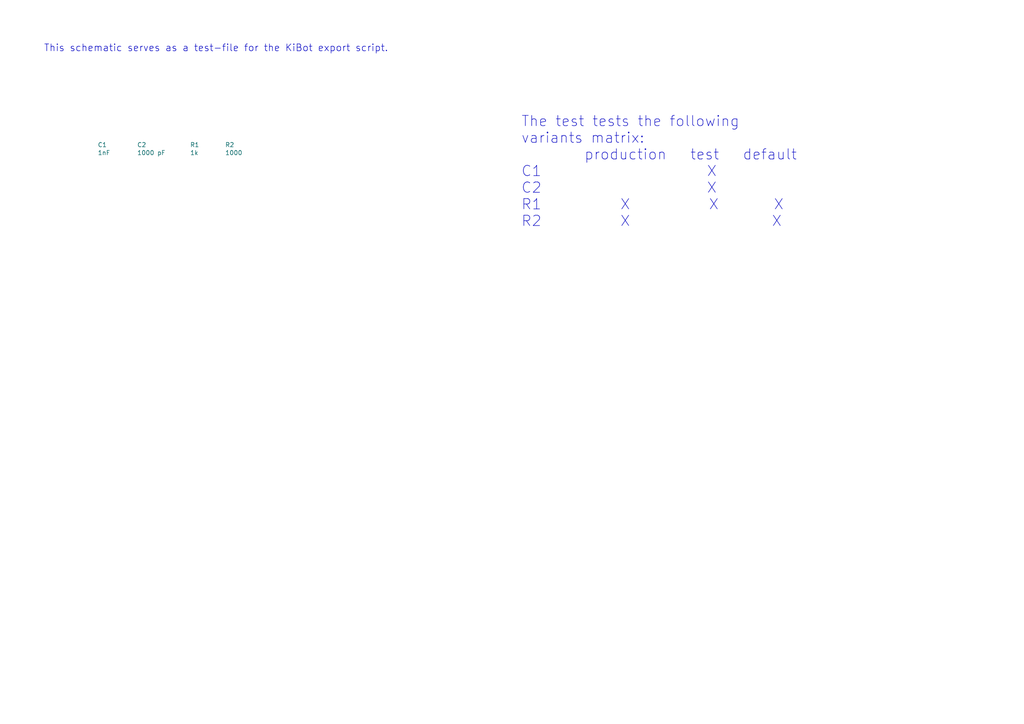
<source format=kicad_sch>
(kicad_sch
	(version 20231120)
	(generator "eeschema")
	(generator_version "8.99")
	(uuid "e6521bef-4109-48f7-8b88-4121b0468927")
	(paper "A4")
	(title_block
		(title "KiBom Test Schematic")
		(date "2020-03-12")
		(rev "A")
		(company "https://github.com/SchrodingersGat/KiBom")
	)
	(lib_symbols)
	(text "This schematic serves as a test-file for the KiBot export script.\n"
		(exclude_from_sim no)
		(at 12.7 15.24 0)
		(effects
			(font
				(size 2.0066 2.0066)
			)
			(justify left bottom)
		)
		(uuid "646d9e91-59b4-4865-a2fc-29780ed32563")
	)
	(text "The test tests the following \nvariants matrix:\n        production   test   default\nC1                     X\nC2                     X\nR1          X          X       X\nR2          X                  X\n"
		(exclude_from_sim no)
		(at 151.13 66.04 0)
		(effects
			(font
				(size 2.9972 2.9972)
			)
			(justify left bottom)
		)
		(uuid "99030c03-63b4-49ba-b5ab-4d56974f7963")
	)
	(symbol
		(lib_id "Device:C")
		(at 25.4 43.18 0)
		(unit 1)
		(exclude_from_sim no)
		(in_bom yes)
		(on_board yes)
		(dnp no)
		(uuid "00000000-0000-0000-0000-00005f43bec2")
		(property "Reference" "C1"
			(at 28.321 42.0116 0)
			(effects
				(font
					(size 1.27 1.27)
				)
				(justify left)
			)
		)
		(property "Value" "1nF"
			(at 28.321 44.323 0)
			(effects
				(font
					(size 1.27 1.27)
				)
				(justify left)
			)
		)
		(property "Footprint" ""
			(at 26.3652 46.99 0)
			(effects
				(font
					(size 1.27 1.27)
				)
				(hide yes)
			)
		)
		(property "Datasheet" "http://localhost:8000/c.pdf"
			(at 25.4 43.18 0)
			(effects
				(font
					(size 1.27 1.27)
				)
				(hide yes)
			)
		)
		(property "Description" ""
			(at 25.4 43.18 0)
			(effects
				(font
					(size 1.27 1.27)
				)
				(hide yes)
			)
		)
		(property "Config" "-production,+test"
			(at 25.4 43.18 0)
			(effects
				(font
					(size 1.27 1.27)
				)
				(hide yes)
			)
		)
		(property "manf#" "C0805C102J4GAC7800"
			(at 25.4 43.18 0)
			(effects
				(font
					(size 1.27 1.27)
				)
				(hide yes)
			)
		)
		(instances
			(project "kibom-variant_2ds"
				(path "/e6521bef-4109-48f7-8b88-4121b0468927"
					(reference "C1")
					(unit 1)
				)
			)
		)
	)
	(symbol
		(lib_id "Device:C")
		(at 36.83 43.18 0)
		(unit 1)
		(exclude_from_sim no)
		(in_bom yes)
		(on_board yes)
		(dnp no)
		(uuid "00000000-0000-0000-0000-00005f43ce1c")
		(property "Reference" "C2"
			(at 39.751 42.0116 0)
			(effects
				(font
					(size 1.27 1.27)
				)
				(justify left)
			)
		)
		(property "Value" "1000 pF"
			(at 39.751 44.323 0)
			(effects
				(font
					(size 1.27 1.27)
				)
				(justify left)
			)
		)
		(property "Footprint" ""
			(at 37.7952 46.99 0)
			(effects
				(font
					(size 1.27 1.27)
				)
				(hide yes)
			)
		)
		(property "Datasheet" "http://localhost:8000/c.pdf"
			(at 36.83 43.18 0)
			(effects
				(font
					(size 1.27 1.27)
				)
				(hide yes)
			)
		)
		(property "Description" ""
			(at 36.83 43.18 0)
			(effects
				(font
					(size 1.27 1.27)
				)
				(hide yes)
			)
		)
		(property "Config" "+test"
			(at 36.83 43.18 0)
			(effects
				(font
					(size 1.27 1.27)
				)
				(hide yes)
			)
		)
		(property "manf#" "C0805C102J4GAC7800"
			(at 25.4 43.18 0)
			(effects
				(font
					(size 1.27 1.27)
				)
				(hide yes)
			)
		)
		(instances
			(project "kibom-variant_2ds"
				(path "/e6521bef-4109-48f7-8b88-4121b0468927"
					(reference "C2")
					(unit 1)
				)
			)
		)
	)
	(symbol
		(lib_id "Device:R")
		(at 53.34 43.18 0)
		(unit 1)
		(exclude_from_sim no)
		(in_bom yes)
		(on_board yes)
		(dnp no)
		(uuid "00000000-0000-0000-0000-00005f43d144")
		(property "Reference" "R1"
			(at 55.118 42.0116 0)
			(effects
				(font
					(size 1.27 1.27)
				)
				(justify left)
			)
		)
		(property "Value" "1k"
			(at 55.118 44.323 0)
			(effects
				(font
					(size 1.27 1.27)
				)
				(justify left)
			)
		)
		(property "Footprint" ""
			(at 51.562 43.18 90)
			(effects
				(font
					(size 1.27 1.27)
				)
				(hide yes)
			)
		)
		(property "Datasheet" "http://localhost:8000/r.pdf"
			(at 53.34 43.18 0)
			(effects
				(font
					(size 1.27 1.27)
				)
				(hide yes)
			)
		)
		(property "Description" ""
			(at 53.34 43.18 0)
			(effects
				(font
					(size 1.27 1.27)
				)
				(hide yes)
			)
		)
		(property "test:Value" "3k3"
			(at 53.34 43.18 0)
			(effects
				(font
					(size 1.27 1.27)
				)
				(hide yes)
			)
		)
		(property "manf#" "CR0805-JW-102ELF"
			(at 25.4 43.18 0)
			(effects
				(font
					(size 1.27 1.27)
				)
				(hide yes)
			)
		)
		(instances
			(project "kibom-variant_2ds"
				(path "/e6521bef-4109-48f7-8b88-4121b0468927"
					(reference "R1")
					(unit 1)
				)
			)
		)
	)
	(symbol
		(lib_id "Device:R")
		(at 63.5 43.18 0)
		(unit 1)
		(exclude_from_sim no)
		(in_bom yes)
		(on_board yes)
		(dnp no)
		(uuid "00000000-0000-0000-0000-00005f43d4bb")
		(property "Reference" "R2"
			(at 65.278 42.0116 0)
			(effects
				(font
					(size 1.27 1.27)
				)
				(justify left)
			)
		)
		(property "Value" "1000"
			(at 65.278 44.323 0)
			(effects
				(font
					(size 1.27 1.27)
				)
				(justify left)
			)
		)
		(property "Footprint" ""
			(at 61.722 43.18 90)
			(effects
				(font
					(size 1.27 1.27)
				)
				(hide yes)
			)
		)
		(property "Datasheet" "http://localhost:8000/r.pdf"
			(at 63.5 43.18 0)
			(effects
				(font
					(size 1.27 1.27)
				)
				(hide yes)
			)
		)
		(property "Description" ""
			(at 63.5 43.18 0)
			(effects
				(font
					(size 1.27 1.27)
				)
				(hide yes)
			)
		)
		(property "Config" "-test"
			(at 63.5 43.18 0)
			(effects
				(font
					(size 1.27 1.27)
				)
				(hide yes)
			)
		)
		(property "manf#" "CR0805-JW-102ELF"
			(at 25.4 43.18 0)
			(effects
				(font
					(size 1.27 1.27)
				)
				(hide yes)
			)
		)
		(instances
			(project "kibom-variant_2ds"
				(path "/e6521bef-4109-48f7-8b88-4121b0468927"
					(reference "R2")
					(unit 1)
				)
			)
		)
	)
	(sheet_instances
		(path "/"
			(page "1")
		)
	)
)
</source>
